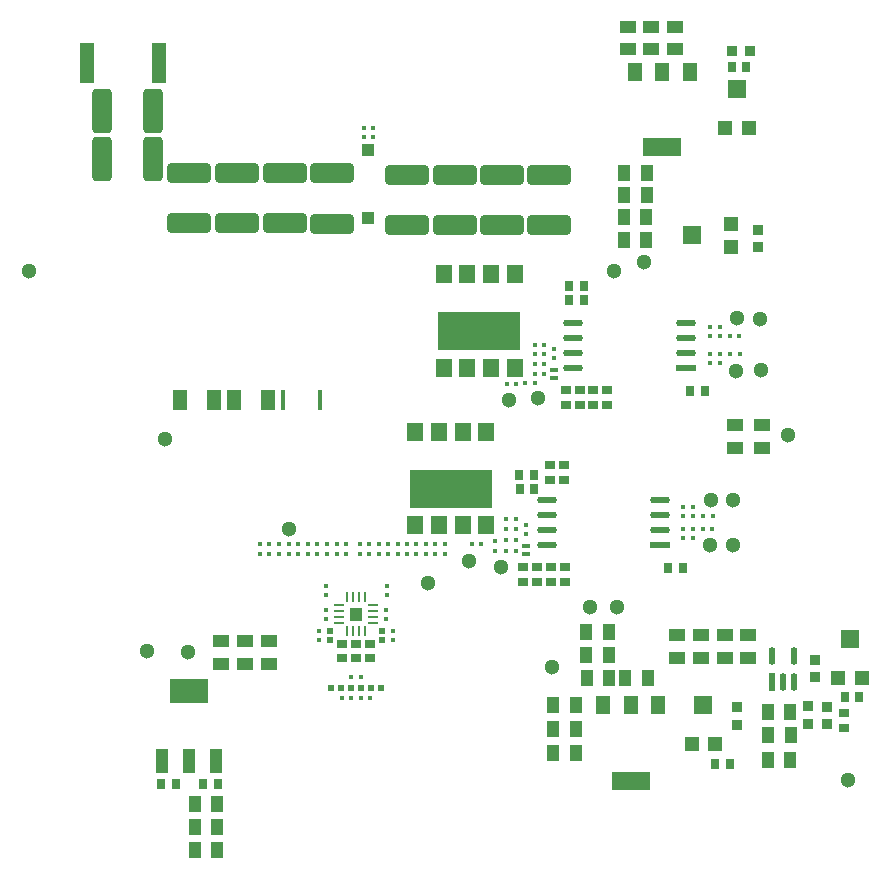
<source format=gbr>
%TF.GenerationSoftware,Altium Limited,Altium Designer,22.9.1 (49)*%
G04 Layer_Color=65280*
%FSLAX45Y45*%
%MOMM*%
%TF.SameCoordinates,B7DE9D22-2107-43EB-A15B-9EDAE082944A*%
%TF.FilePolarity,Positive*%
%TF.FileFunction,Paste,Top*%
%TF.Part,Single*%
G01*
G75*
%TA.AperFunction,SMDPad,CuDef*%
%ADD10R,1.45000X1.00000*%
G04:AMPARAMS|DCode=11|XSize=1.7mm|YSize=3.8mm|CornerRadius=0.425mm|HoleSize=0mm|Usage=FLASHONLY|Rotation=90.000|XOffset=0mm|YOffset=0mm|HoleType=Round|Shape=RoundedRectangle|*
%AMROUNDEDRECTD11*
21,1,1.70000,2.95000,0,0,90.0*
21,1,0.85000,3.80000,0,0,90.0*
1,1,0.85000,1.47500,0.42500*
1,1,0.85000,1.47500,-0.42500*
1,1,0.85000,-1.47500,-0.42500*
1,1,0.85000,-1.47500,0.42500*
%
%ADD11ROUNDEDRECTD11*%
%ADD12C,1.30000*%
%ADD13R,1.00000X1.45000*%
%ADD14R,0.75000X0.85000*%
G04:AMPARAMS|DCode=15|XSize=1.65506mm|YSize=0.58213mm|CornerRadius=0.29107mm|HoleSize=0mm|Usage=FLASHONLY|Rotation=180.000|XOffset=0mm|YOffset=0mm|HoleType=Round|Shape=RoundedRectangle|*
%AMROUNDEDRECTD15*
21,1,1.65506,0.00000,0,0,180.0*
21,1,1.07293,0.58213,0,0,180.0*
1,1,0.58213,-0.53646,0.00000*
1,1,0.58213,0.53646,0.00000*
1,1,0.58213,0.53646,0.00000*
1,1,0.58213,-0.53646,0.00000*
%
%ADD15ROUNDEDRECTD15*%
%ADD16R,1.65506X0.58213*%
%ADD17R,1.20000X1.60000*%
%ADD18R,3.30000X1.60000*%
%ADD20R,0.45000X0.45000*%
%ADD21R,0.45000X0.45000*%
%ADD22R,0.71120X0.39370*%
%ADD23R,0.85000X0.75000*%
%ADD24R,1.20000X1.20000*%
%ADD25R,1.52400X1.52400*%
%ADD26R,0.52000X0.52000*%
%ADD27R,3.25000X2.15000*%
%ADD28R,1.00000X2.15000*%
%ADD29R,1.35000X1.65000*%
%ADD30R,7.00000X3.20000*%
%ADD31R,0.95000X0.95000*%
%ADD35R,1.20000X1.20000*%
%ADD36R,1.52400X1.52400*%
%ADD37R,1.15000X1.75000*%
G04:AMPARAMS|DCode=38|XSize=1.50543mm|YSize=0.57583mm|CornerRadius=0.28791mm|HoleSize=0mm|Usage=FLASHONLY|Rotation=90.000|XOffset=0mm|YOffset=0mm|HoleType=Round|Shape=RoundedRectangle|*
%AMROUNDEDRECTD38*
21,1,1.50543,0.00000,0,0,90.0*
21,1,0.92960,0.57583,0,0,90.0*
1,1,0.57583,0.00000,0.46480*
1,1,0.57583,0.00000,-0.46480*
1,1,0.57583,0.00000,-0.46480*
1,1,0.57583,0.00000,0.46480*
%
%ADD38ROUNDEDRECTD38*%
%ADD39R,0.57583X1.50543*%
%ADD40R,0.95000X0.95000*%
%ADD41R,0.52000X0.52000*%
%ADD42R,1.00000X1.00000*%
G04:AMPARAMS|DCode=43|XSize=1.7mm|YSize=3.8mm|CornerRadius=0.425mm|HoleSize=0mm|Usage=FLASHONLY|Rotation=0.000|XOffset=0mm|YOffset=0mm|HoleType=Round|Shape=RoundedRectangle|*
%AMROUNDEDRECTD43*
21,1,1.70000,2.95000,0,0,0.0*
21,1,0.85000,3.80000,0,0,0.0*
1,1,0.85000,0.42500,-1.47500*
1,1,0.85000,-0.42500,-1.47500*
1,1,0.85000,-0.42500,1.47500*
1,1,0.85000,0.42500,1.47500*
%
%ADD43ROUNDEDRECTD43*%
%ADD44R,0.45000X1.70000*%
%ADD45R,1.25000X3.40000*%
G04:AMPARAMS|DCode=90|XSize=0.79639mm|YSize=0.19639mm|CornerRadius=0.00069mm|HoleSize=0mm|Usage=FLASHONLY|Rotation=0.000|XOffset=0mm|YOffset=0mm|HoleType=Round|Shape=RoundedRectangle|*
%AMROUNDEDRECTD90*
21,1,0.79639,0.19500,0,0,0.0*
21,1,0.79500,0.19639,0,0,0.0*
1,1,0.00139,0.39750,-0.09750*
1,1,0.00139,-0.39750,-0.09750*
1,1,0.00139,-0.39750,0.09750*
1,1,0.00139,0.39750,0.09750*
%
%ADD90ROUNDEDRECTD90*%
G04:AMPARAMS|DCode=91|XSize=0.79639mm|YSize=0.19639mm|CornerRadius=0.00069mm|HoleSize=0mm|Usage=FLASHONLY|Rotation=90.000|XOffset=0mm|YOffset=0mm|HoleType=Round|Shape=RoundedRectangle|*
%AMROUNDEDRECTD91*
21,1,0.79639,0.19500,0,0,90.0*
21,1,0.79500,0.19639,0,0,90.0*
1,1,0.00139,0.09750,0.39750*
1,1,0.00139,0.09750,-0.39750*
1,1,0.00139,-0.09750,-0.39750*
1,1,0.00139,-0.09750,0.39750*
%
%ADD91ROUNDEDRECTD91*%
G36*
X3787682Y4486142D02*
X3681682D01*
Y4592142D01*
X3787682D01*
Y4486142D01*
D02*
G37*
D10*
X2794000Y4311400D02*
D03*
Y4121400D02*
D03*
X2997200Y4311400D02*
D03*
Y4121400D02*
D03*
X6450618Y4170680D02*
D03*
Y4360680D02*
D03*
X7175500Y5950200D02*
D03*
Y6140200D02*
D03*
X6432790Y9514106D02*
D03*
Y9324106D02*
D03*
X6234670Y9514106D02*
D03*
Y9324106D02*
D03*
X7054603Y4173314D02*
D03*
Y4363314D02*
D03*
X6039090Y9514106D02*
D03*
Y9324106D02*
D03*
X6858038Y4172200D02*
D03*
Y4362200D02*
D03*
X2590800Y4121400D02*
D03*
Y4311400D02*
D03*
X6653818Y4173220D02*
D03*
Y4363220D02*
D03*
X6946900Y5950200D02*
D03*
Y6140200D02*
D03*
D11*
X4973320Y7831719D02*
D03*
Y8261721D02*
D03*
X2730500Y8279500D02*
D03*
Y7849500D02*
D03*
X3131820Y8279500D02*
D03*
Y7849500D02*
D03*
X3535680Y7846060D02*
D03*
Y8276062D02*
D03*
X2324100Y8279500D02*
D03*
Y7849500D02*
D03*
X4165600Y7831719D02*
D03*
Y8261721D02*
D03*
X5372100Y8261720D02*
D03*
Y7831720D02*
D03*
X4572000Y7831719D02*
D03*
Y8261721D02*
D03*
D12*
X2311400Y4216400D02*
D03*
X4960118Y4937346D02*
D03*
X3169920Y5257800D02*
D03*
X7160260Y6606540D02*
D03*
X5029200Y6350000D02*
D03*
X6172200Y7518400D02*
D03*
X5918200Y7442200D02*
D03*
X4343400Y4800600D02*
D03*
X6926580Y5509260D02*
D03*
X4691380Y4993640D02*
D03*
X6959600Y7045960D02*
D03*
X6949440Y6601460D02*
D03*
X5397500Y4089400D02*
D03*
X2121810Y6024942D02*
D03*
X5715000Y4599940D02*
D03*
X6924040Y5123180D02*
D03*
X6731000D02*
D03*
X6738620Y5509260D02*
D03*
X965200Y7442200D02*
D03*
X7899400Y3136900D02*
D03*
X1968500Y4229100D02*
D03*
X5946140Y4605020D02*
D03*
X7157720Y7043420D02*
D03*
X7388860Y6055360D02*
D03*
X5277773Y6367467D02*
D03*
D13*
X6193540Y7708900D02*
D03*
X6003540D02*
D03*
X5595887Y3365454D02*
D03*
X5405887D02*
D03*
X5593984Y3565502D02*
D03*
X5403984D02*
D03*
X5875058Y4196080D02*
D03*
X5685058D02*
D03*
X7220144Y3302985D02*
D03*
X7410144D02*
D03*
X2371151Y2737215D02*
D03*
X2561151D02*
D03*
X6193540Y7899400D02*
D03*
X6003540D02*
D03*
X6194571Y8088794D02*
D03*
X6004570D02*
D03*
X5872868Y4391064D02*
D03*
X5682868D02*
D03*
X2558800Y2540000D02*
D03*
X2368800D02*
D03*
X7223963Y3514287D02*
D03*
X7413963D02*
D03*
X6195060Y8277860D02*
D03*
X6005060D02*
D03*
X6015258Y4003040D02*
D03*
X6205258D02*
D03*
X5877598Y4000500D02*
D03*
X5687598D02*
D03*
X7221258Y3710940D02*
D03*
X7411258D02*
D03*
X5594138Y3769360D02*
D03*
X5404138D02*
D03*
X2368800Y2933700D02*
D03*
X2558800D02*
D03*
D14*
X6566900Y6426200D02*
D03*
X6691900D02*
D03*
X5537200Y7315200D02*
D03*
X5662200D02*
D03*
X6501400Y4927600D02*
D03*
X6376400D02*
D03*
X5120746Y5603787D02*
D03*
X5245746D02*
D03*
X2439400Y3098800D02*
D03*
X2564400D02*
D03*
X7997460Y3838580D02*
D03*
X7872460D02*
D03*
X5661633Y7201401D02*
D03*
X5536633D02*
D03*
X2084800Y3098800D02*
D03*
X2209800D02*
D03*
X6914880Y9169400D02*
D03*
X7039880D02*
D03*
X5119100Y5715000D02*
D03*
X5244100D02*
D03*
X6901720Y3270200D02*
D03*
X6776720D02*
D03*
D15*
X5349277Y5378606D02*
D03*
Y5251606D02*
D03*
X6305391Y5378606D02*
D03*
Y5251606D02*
D03*
X5349277Y5505606D02*
D03*
Y5124606D02*
D03*
X6305391Y5505606D02*
D03*
X6532208Y7008323D02*
D03*
X5576093Y6627323D02*
D03*
Y7008323D02*
D03*
X6532208Y6754323D02*
D03*
Y6881323D02*
D03*
X5576093Y6754323D02*
D03*
Y6881323D02*
D03*
D16*
X6305391Y5124606D02*
D03*
X6532208Y6627323D02*
D03*
D17*
X5829494Y3770746D02*
D03*
X6059494D02*
D03*
X6289494D02*
D03*
X6558650Y9133028D02*
D03*
X6328650D02*
D03*
X6098649D02*
D03*
D18*
X6059494Y3130746D02*
D03*
X6328650Y8493028D02*
D03*
D20*
X5012636Y6492789D02*
D03*
X5092636D02*
D03*
X5247531Y6741293D02*
D03*
X5327531D02*
D03*
X6675760Y5374640D02*
D03*
X6755760D02*
D03*
X5247154Y6494275D02*
D03*
X5167153D02*
D03*
X5085502Y5348643D02*
D03*
X5005502D02*
D03*
X4714621Y5137222D02*
D03*
X4794621D02*
D03*
X5005915Y5078888D02*
D03*
X5085915D02*
D03*
X6984360Y6741160D02*
D03*
X6904360D02*
D03*
X5330800Y6570778D02*
D03*
X5250800D02*
D03*
X5247954Y6821270D02*
D03*
X5327955D02*
D03*
X5246844Y6660242D02*
D03*
X5326844D02*
D03*
X3854681Y3829142D02*
D03*
X3774681D02*
D03*
X3614681Y3829142D02*
D03*
X3694681D02*
D03*
X6981180Y6898640D02*
D03*
X6901180D02*
D03*
X5086000Y5170778D02*
D03*
X5006000D02*
D03*
X5005998Y5257800D02*
D03*
X5085998D02*
D03*
X3694681Y4009142D02*
D03*
X3774681D02*
D03*
X6673220Y5257800D02*
D03*
X6753220D02*
D03*
D21*
X5411221Y6705505D02*
D03*
Y6785505D02*
D03*
X3484681Y4779142D02*
D03*
Y4699142D02*
D03*
X4044682Y4399142D02*
D03*
Y4319142D02*
D03*
X4406900Y5132700D02*
D03*
Y5052700D02*
D03*
X4086900Y5132700D02*
D03*
Y5052700D02*
D03*
X4486900Y5132700D02*
D03*
Y5052700D02*
D03*
X3881771Y8580120D02*
D03*
Y8660120D02*
D03*
X6731000Y6974200D02*
D03*
Y6894200D02*
D03*
X6819900Y6665600D02*
D03*
Y6745600D02*
D03*
X3489960Y5052700D02*
D03*
Y5132700D02*
D03*
X3408680Y5052700D02*
D03*
Y5132700D02*
D03*
X3984681Y4499142D02*
D03*
Y4579142D02*
D03*
X3484681D02*
D03*
Y4499142D02*
D03*
X3424682Y4399142D02*
D03*
Y4319142D02*
D03*
X3846900Y5132700D02*
D03*
Y5052701D02*
D03*
X4166900Y5132700D02*
D03*
Y5052700D02*
D03*
X6591300Y5370200D02*
D03*
Y5450200D02*
D03*
X6502400Y5261600D02*
D03*
Y5181600D02*
D03*
X2921000Y5052700D02*
D03*
Y5132700D02*
D03*
X3083560Y5052700D02*
D03*
Y5132700D02*
D03*
X4246900D02*
D03*
Y5052700D02*
D03*
X3926900Y5132700D02*
D03*
Y5052700D02*
D03*
X6591300Y5262240D02*
D03*
Y5182240D02*
D03*
X6502400Y5370200D02*
D03*
Y5450200D02*
D03*
X6731000Y6665600D02*
D03*
Y6745600D02*
D03*
X3652520Y5052700D02*
D03*
Y5132700D02*
D03*
X3571240Y5052700D02*
D03*
Y5132700D02*
D03*
X3246120Y5052700D02*
D03*
Y5132700D02*
D03*
X5173100Y5298689D02*
D03*
Y5218689D02*
D03*
X3766900Y5052701D02*
D03*
Y5132700D02*
D03*
X3994682Y4779142D02*
D03*
Y4699142D02*
D03*
X4326900Y5132700D02*
D03*
Y5052700D02*
D03*
X4911378Y5078100D02*
D03*
Y5158100D02*
D03*
X4006900Y5132700D02*
D03*
Y5052700D02*
D03*
X3801773Y8580120D02*
D03*
Y8660120D02*
D03*
X6819900Y6973560D02*
D03*
Y6893560D02*
D03*
X3327400Y5052700D02*
D03*
Y5132700D02*
D03*
X3164840Y5052700D02*
D03*
Y5132700D02*
D03*
X3002280Y5052700D02*
D03*
Y5132700D02*
D03*
D22*
X5412517Y6607922D02*
D03*
Y6538072D02*
D03*
X5177254Y5048262D02*
D03*
Y5118112D02*
D03*
D23*
X5745013Y6438317D02*
D03*
Y6313317D02*
D03*
X5515898Y6437900D02*
D03*
Y6312900D02*
D03*
X3854682Y4166643D02*
D03*
Y4291641D02*
D03*
X5498628Y5805346D02*
D03*
Y5680346D02*
D03*
X5384577Y4813969D02*
D03*
Y4938969D02*
D03*
X5268014Y4813737D02*
D03*
Y4938737D02*
D03*
X3614682Y4166643D02*
D03*
Y4291641D02*
D03*
X5861019Y6438369D02*
D03*
Y6313369D02*
D03*
X5632419Y6439369D02*
D03*
Y6314369D02*
D03*
X7868200Y3576720D02*
D03*
Y3701720D02*
D03*
X5377702Y5805042D02*
D03*
Y5680042D02*
D03*
X5147598Y4814300D02*
D03*
Y4939300D02*
D03*
X5500582Y4812724D02*
D03*
Y4937724D02*
D03*
X3734682Y4166643D02*
D03*
Y4291641D02*
D03*
D24*
X6576584Y3440485D02*
D03*
X6776584D02*
D03*
X7816198Y3998300D02*
D03*
X8016198D02*
D03*
X7059600Y8659200D02*
D03*
X6859600D02*
D03*
D25*
X6676584Y3770484D02*
D03*
X7916198Y4328300D02*
D03*
X6959600Y8989200D02*
D03*
D26*
X3693681Y3919142D02*
D03*
X3775682D02*
D03*
X3945682D02*
D03*
X3863681D02*
D03*
X3523680Y3919142D02*
D03*
X3605682D02*
D03*
D27*
X2319020Y3886200D02*
D03*
D28*
X2549020Y3301200D02*
D03*
X2319020D02*
D03*
X2089020D02*
D03*
D29*
X4837998Y5292100D02*
D03*
X4637998D02*
D03*
X4437998D02*
D03*
X4237998D02*
D03*
X4437998Y6087100D02*
D03*
X4237998D02*
D03*
X4637998D02*
D03*
X4837998D02*
D03*
X5078094Y6627564D02*
D03*
X4878094D02*
D03*
X4478093Y7422564D02*
D03*
X4678094D02*
D03*
X4878094D02*
D03*
X5078094D02*
D03*
X4678094Y6627564D02*
D03*
X4478093D02*
D03*
D30*
X4537998Y5598600D02*
D03*
X4778094Y6934064D02*
D03*
D31*
X6917620Y9306560D02*
D03*
X7067620D02*
D03*
D35*
X6911000Y7647000D02*
D03*
Y7847000D02*
D03*
D36*
X6581000Y7747000D02*
D03*
D37*
X2702300Y6350000D02*
D03*
X2987300D02*
D03*
X2530100D02*
D03*
X2245100D02*
D03*
D38*
X7446635Y4184409D02*
D03*
Y3964332D02*
D03*
X7256635Y4184409D02*
D03*
X7351635Y3964332D02*
D03*
D39*
X7256635D02*
D03*
D40*
X6964718Y3752920D02*
D03*
Y3602920D02*
D03*
X7620038Y4156780D02*
D03*
Y4006780D02*
D03*
X7137400Y7646600D02*
D03*
Y7796600D02*
D03*
X7561618Y3763080D02*
D03*
Y3613080D02*
D03*
X7721600Y3608000D02*
D03*
Y3758000D02*
D03*
D41*
X3954681Y4318141D02*
D03*
Y4400143D02*
D03*
X3514681Y4318141D02*
D03*
Y4400143D02*
D03*
D42*
X3839829Y8468658D02*
D03*
Y7898657D02*
D03*
D43*
X2018400Y8394700D02*
D03*
X1588400D02*
D03*
X2018400Y8801100D02*
D03*
X1588400D02*
D03*
D44*
X3119100Y6350000D02*
D03*
X3434100D02*
D03*
D45*
X1460302Y9207500D02*
D03*
X2070298D02*
D03*
D90*
X3879682Y4614142D02*
D03*
Y4464142D02*
D03*
Y4514142D02*
D03*
Y4564142D02*
D03*
X3589682Y4614142D02*
D03*
Y4464142D02*
D03*
Y4564142D02*
D03*
Y4514142D02*
D03*
D91*
X3759682Y4684142D02*
D03*
X3809682D02*
D03*
X3709682D02*
D03*
X3659682D02*
D03*
X3759682Y4394142D02*
D03*
X3709682D02*
D03*
X3659682D02*
D03*
X3809682D02*
D03*
%TF.MD5,4fcfe7c66289bb40afd559aeed815a9c*%
M02*

</source>
